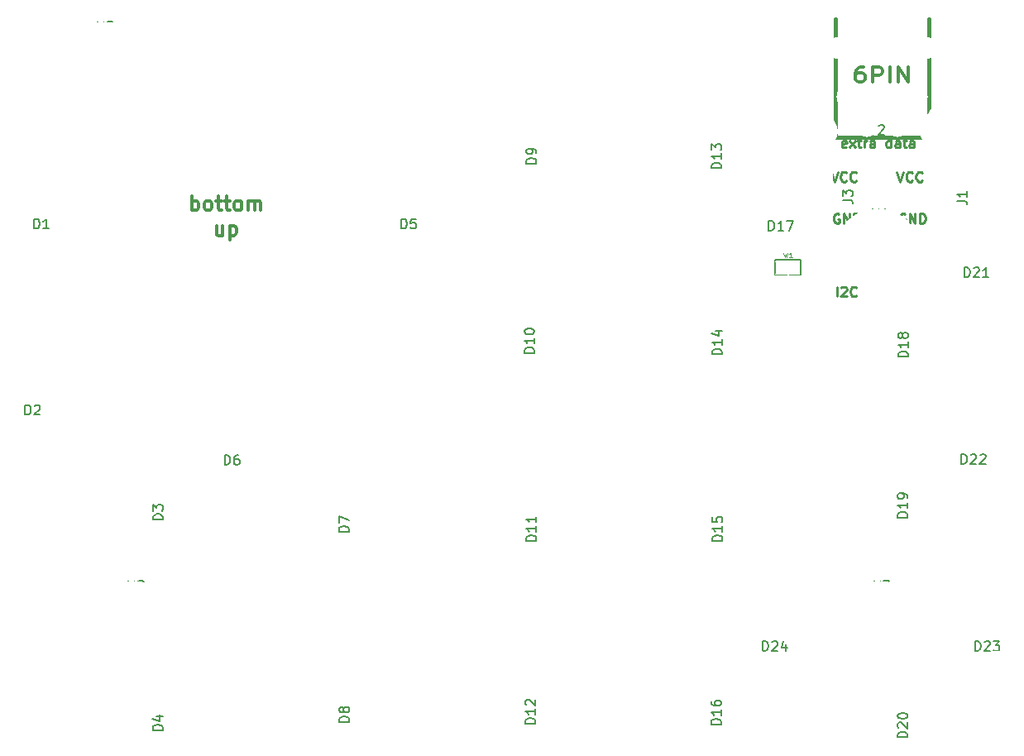
<source format=gto>
G04 #@! TF.FileFunction,Legend,Top*
%FSLAX46Y46*%
G04 Gerber Fmt 4.6, Leading zero omitted, Abs format (unit mm)*
G04 Created by KiCad (PCBNEW 4.0.6) date 11/03/17 07:40:39*
%MOMM*%
%LPD*%
G01*
G04 APERTURE LIST*
%ADD10C,0.100000*%
%ADD11C,0.300000*%
%ADD12C,0.250000*%
%ADD13C,0.381000*%
%ADD14C,0.200000*%
%ADD15C,0.150000*%
%ADD16C,0.304800*%
%ADD17C,2.398980*%
%ADD18R,2.398980X2.398980*%
%ADD19O,2.457400X2.152600*%
%ADD20C,2.152600*%
%ADD21C,1.390600*%
%ADD22C,2.051000*%
%ADD23C,2.900000*%
%ADD24C,4.387810*%
%ADD25C,2.101810*%
%ADD26R,2.152600X2.152600*%
%ADD27C,2.400000*%
%ADD28R,1.924000X1.924000*%
%ADD29C,1.924000*%
%ADD30R,0.900000X1.400000*%
%ADD31R,1.400000X1.400000*%
%ADD32C,1.400000*%
%ADD33C,0.900000*%
%ADD34C,8.400000*%
G04 APERTURE END LIST*
D10*
D11*
X60964286Y-52403571D02*
X60964286Y-50903571D01*
X60964286Y-51475000D02*
X61107143Y-51403571D01*
X61392857Y-51403571D01*
X61535714Y-51475000D01*
X61607143Y-51546429D01*
X61678572Y-51689286D01*
X61678572Y-52117857D01*
X61607143Y-52260714D01*
X61535714Y-52332143D01*
X61392857Y-52403571D01*
X61107143Y-52403571D01*
X60964286Y-52332143D01*
X62535715Y-52403571D02*
X62392857Y-52332143D01*
X62321429Y-52260714D01*
X62250000Y-52117857D01*
X62250000Y-51689286D01*
X62321429Y-51546429D01*
X62392857Y-51475000D01*
X62535715Y-51403571D01*
X62750000Y-51403571D01*
X62892857Y-51475000D01*
X62964286Y-51546429D01*
X63035715Y-51689286D01*
X63035715Y-52117857D01*
X62964286Y-52260714D01*
X62892857Y-52332143D01*
X62750000Y-52403571D01*
X62535715Y-52403571D01*
X63464286Y-51403571D02*
X64035715Y-51403571D01*
X63678572Y-50903571D02*
X63678572Y-52189286D01*
X63750000Y-52332143D01*
X63892858Y-52403571D01*
X64035715Y-52403571D01*
X64321429Y-51403571D02*
X64892858Y-51403571D01*
X64535715Y-50903571D02*
X64535715Y-52189286D01*
X64607143Y-52332143D01*
X64750001Y-52403571D01*
X64892858Y-52403571D01*
X65607144Y-52403571D02*
X65464286Y-52332143D01*
X65392858Y-52260714D01*
X65321429Y-52117857D01*
X65321429Y-51689286D01*
X65392858Y-51546429D01*
X65464286Y-51475000D01*
X65607144Y-51403571D01*
X65821429Y-51403571D01*
X65964286Y-51475000D01*
X66035715Y-51546429D01*
X66107144Y-51689286D01*
X66107144Y-52117857D01*
X66035715Y-52260714D01*
X65964286Y-52332143D01*
X65821429Y-52403571D01*
X65607144Y-52403571D01*
X66750001Y-52403571D02*
X66750001Y-51403571D01*
X66750001Y-51546429D02*
X66821429Y-51475000D01*
X66964287Y-51403571D01*
X67178572Y-51403571D01*
X67321429Y-51475000D01*
X67392858Y-51617857D01*
X67392858Y-52403571D01*
X67392858Y-51617857D02*
X67464287Y-51475000D01*
X67607144Y-51403571D01*
X67821429Y-51403571D01*
X67964287Y-51475000D01*
X68035715Y-51617857D01*
X68035715Y-52403571D01*
X64142857Y-53953571D02*
X64142857Y-54953571D01*
X63500000Y-53953571D02*
X63500000Y-54739286D01*
X63571428Y-54882143D01*
X63714286Y-54953571D01*
X63928571Y-54953571D01*
X64071428Y-54882143D01*
X64142857Y-54810714D01*
X64857143Y-53953571D02*
X64857143Y-55453571D01*
X64857143Y-54025000D02*
X65000000Y-53953571D01*
X65285714Y-53953571D01*
X65428571Y-54025000D01*
X65500000Y-54096429D01*
X65571429Y-54239286D01*
X65571429Y-54667857D01*
X65500000Y-54810714D01*
X65428571Y-54882143D01*
X65285714Y-54953571D01*
X65000000Y-54953571D01*
X64857143Y-54882143D01*
D12*
X127023810Y-61202381D02*
X127023810Y-60202381D01*
X127452381Y-60297619D02*
X127500000Y-60250000D01*
X127595238Y-60202381D01*
X127833334Y-60202381D01*
X127928572Y-60250000D01*
X127976191Y-60297619D01*
X128023810Y-60392857D01*
X128023810Y-60488095D01*
X127976191Y-60630952D01*
X127404762Y-61202381D01*
X128023810Y-61202381D01*
X129023810Y-61107143D02*
X128976191Y-61154762D01*
X128833334Y-61202381D01*
X128738096Y-61202381D01*
X128595238Y-61154762D01*
X128500000Y-61059524D01*
X128452381Y-60964286D01*
X128404762Y-60773810D01*
X128404762Y-60630952D01*
X128452381Y-60440476D01*
X128500000Y-60345238D01*
X128595238Y-60250000D01*
X128738096Y-60202381D01*
X128833334Y-60202381D01*
X128976191Y-60250000D01*
X129023810Y-60297619D01*
X127964285Y-45904762D02*
X127869047Y-45952381D01*
X127678570Y-45952381D01*
X127583332Y-45904762D01*
X127535713Y-45809524D01*
X127535713Y-45428571D01*
X127583332Y-45333333D01*
X127678570Y-45285714D01*
X127869047Y-45285714D01*
X127964285Y-45333333D01*
X128011904Y-45428571D01*
X128011904Y-45523810D01*
X127535713Y-45619048D01*
X128345237Y-45952381D02*
X128869047Y-45285714D01*
X128345237Y-45285714D02*
X128869047Y-45952381D01*
X129107142Y-45285714D02*
X129488094Y-45285714D01*
X129249999Y-44952381D02*
X129249999Y-45809524D01*
X129297618Y-45904762D01*
X129392856Y-45952381D01*
X129488094Y-45952381D01*
X129821428Y-45952381D02*
X129821428Y-45285714D01*
X129821428Y-45476190D02*
X129869047Y-45380952D01*
X129916666Y-45333333D01*
X130011904Y-45285714D01*
X130107143Y-45285714D01*
X130869048Y-45952381D02*
X130869048Y-45428571D01*
X130821429Y-45333333D01*
X130726191Y-45285714D01*
X130535714Y-45285714D01*
X130440476Y-45333333D01*
X130869048Y-45904762D02*
X130773810Y-45952381D01*
X130535714Y-45952381D01*
X130440476Y-45904762D01*
X130392857Y-45809524D01*
X130392857Y-45714286D01*
X130440476Y-45619048D01*
X130535714Y-45571429D01*
X130773810Y-45571429D01*
X130869048Y-45523810D01*
X132535715Y-45952381D02*
X132535715Y-44952381D01*
X132535715Y-45904762D02*
X132440477Y-45952381D01*
X132250000Y-45952381D01*
X132154762Y-45904762D01*
X132107143Y-45857143D01*
X132059524Y-45761905D01*
X132059524Y-45476190D01*
X132107143Y-45380952D01*
X132154762Y-45333333D01*
X132250000Y-45285714D01*
X132440477Y-45285714D01*
X132535715Y-45333333D01*
X133440477Y-45952381D02*
X133440477Y-45428571D01*
X133392858Y-45333333D01*
X133297620Y-45285714D01*
X133107143Y-45285714D01*
X133011905Y-45333333D01*
X133440477Y-45904762D02*
X133345239Y-45952381D01*
X133107143Y-45952381D01*
X133011905Y-45904762D01*
X132964286Y-45809524D01*
X132964286Y-45714286D01*
X133011905Y-45619048D01*
X133107143Y-45571429D01*
X133345239Y-45571429D01*
X133440477Y-45523810D01*
X133773810Y-45285714D02*
X134154762Y-45285714D01*
X133916667Y-44952381D02*
X133916667Y-45809524D01*
X133964286Y-45904762D01*
X134059524Y-45952381D01*
X134154762Y-45952381D01*
X134916668Y-45952381D02*
X134916668Y-45428571D01*
X134869049Y-45333333D01*
X134773811Y-45285714D01*
X134583334Y-45285714D01*
X134488096Y-45333333D01*
X134916668Y-45904762D02*
X134821430Y-45952381D01*
X134583334Y-45952381D01*
X134488096Y-45904762D01*
X134440477Y-45809524D01*
X134440477Y-45714286D01*
X134488096Y-45619048D01*
X134583334Y-45571429D01*
X134821430Y-45571429D01*
X134916668Y-45523810D01*
X127238096Y-52750000D02*
X127142858Y-52702381D01*
X127000001Y-52702381D01*
X126857143Y-52750000D01*
X126761905Y-52845238D01*
X126714286Y-52940476D01*
X126666667Y-53130952D01*
X126666667Y-53273810D01*
X126714286Y-53464286D01*
X126761905Y-53559524D01*
X126857143Y-53654762D01*
X127000001Y-53702381D01*
X127095239Y-53702381D01*
X127238096Y-53654762D01*
X127285715Y-53607143D01*
X127285715Y-53273810D01*
X127095239Y-53273810D01*
X127714286Y-53702381D02*
X127714286Y-52702381D01*
X128285715Y-53702381D01*
X128285715Y-52702381D01*
X128761905Y-53702381D02*
X128761905Y-52702381D01*
X129000000Y-52702381D01*
X129142858Y-52750000D01*
X129238096Y-52845238D01*
X129285715Y-52940476D01*
X129333334Y-53130952D01*
X129333334Y-53273810D01*
X129285715Y-53464286D01*
X129238096Y-53559524D01*
X129142858Y-53654762D01*
X129000000Y-53702381D01*
X128761905Y-53702381D01*
X126416667Y-48452381D02*
X126750000Y-49452381D01*
X127083334Y-48452381D01*
X127988096Y-49357143D02*
X127940477Y-49404762D01*
X127797620Y-49452381D01*
X127702382Y-49452381D01*
X127559524Y-49404762D01*
X127464286Y-49309524D01*
X127416667Y-49214286D01*
X127369048Y-49023810D01*
X127369048Y-48880952D01*
X127416667Y-48690476D01*
X127464286Y-48595238D01*
X127559524Y-48500000D01*
X127702382Y-48452381D01*
X127797620Y-48452381D01*
X127940477Y-48500000D01*
X127988096Y-48547619D01*
X128988096Y-49357143D02*
X128940477Y-49404762D01*
X128797620Y-49452381D01*
X128702382Y-49452381D01*
X128559524Y-49404762D01*
X128464286Y-49309524D01*
X128416667Y-49214286D01*
X128369048Y-49023810D01*
X128369048Y-48880952D01*
X128416667Y-48690476D01*
X128464286Y-48595238D01*
X128559524Y-48500000D01*
X128702382Y-48452381D01*
X128797620Y-48452381D01*
X128940477Y-48500000D01*
X128988096Y-48547619D01*
X133988096Y-52750000D02*
X133892858Y-52702381D01*
X133750001Y-52702381D01*
X133607143Y-52750000D01*
X133511905Y-52845238D01*
X133464286Y-52940476D01*
X133416667Y-53130952D01*
X133416667Y-53273810D01*
X133464286Y-53464286D01*
X133511905Y-53559524D01*
X133607143Y-53654762D01*
X133750001Y-53702381D01*
X133845239Y-53702381D01*
X133988096Y-53654762D01*
X134035715Y-53607143D01*
X134035715Y-53273810D01*
X133845239Y-53273810D01*
X134464286Y-53702381D02*
X134464286Y-52702381D01*
X135035715Y-53702381D01*
X135035715Y-52702381D01*
X135511905Y-53702381D02*
X135511905Y-52702381D01*
X135750000Y-52702381D01*
X135892858Y-52750000D01*
X135988096Y-52845238D01*
X136035715Y-52940476D01*
X136083334Y-53130952D01*
X136083334Y-53273810D01*
X136035715Y-53464286D01*
X135988096Y-53559524D01*
X135892858Y-53654762D01*
X135750000Y-53702381D01*
X135511905Y-53702381D01*
X133166667Y-48452381D02*
X133500000Y-49452381D01*
X133833334Y-48452381D01*
X134738096Y-49357143D02*
X134690477Y-49404762D01*
X134547620Y-49452381D01*
X134452382Y-49452381D01*
X134309524Y-49404762D01*
X134214286Y-49309524D01*
X134166667Y-49214286D01*
X134119048Y-49023810D01*
X134119048Y-48880952D01*
X134166667Y-48690476D01*
X134214286Y-48595238D01*
X134309524Y-48500000D01*
X134452382Y-48452381D01*
X134547620Y-48452381D01*
X134690477Y-48500000D01*
X134738096Y-48547619D01*
X135738096Y-49357143D02*
X135690477Y-49404762D01*
X135547620Y-49452381D01*
X135452382Y-49452381D01*
X135309524Y-49404762D01*
X135214286Y-49309524D01*
X135166667Y-49214286D01*
X135119048Y-49023810D01*
X135119048Y-48880952D01*
X135166667Y-48690476D01*
X135214286Y-48595238D01*
X135309524Y-48500000D01*
X135452382Y-48452381D01*
X135547620Y-48452381D01*
X135690477Y-48500000D01*
X135738096Y-48547619D01*
D13*
X136450600Y-32850000D02*
X136450600Y-44915000D01*
X136450600Y-44915000D02*
X126849400Y-44915000D01*
X126849400Y-44915000D02*
X126849400Y-32850000D01*
D14*
X120700000Y-57488000D02*
X123300000Y-57488000D01*
X123300000Y-57488000D02*
X123300000Y-59012000D01*
X123300000Y-59012000D02*
X120700000Y-59012000D01*
X120700000Y-59012000D02*
X120700000Y-57488000D01*
D15*
X58635877Y-94500000D02*
G75*
G03X58635877Y-94500000I-3635877J0D01*
G01*
X134985877Y-94550000D02*
G75*
G03X134985877Y-94550000I-3635877J0D01*
G01*
X134835877Y-56450000D02*
G75*
G03X134835877Y-56450000I-3635877J0D01*
G01*
X55485877Y-37300000D02*
G75*
G03X55485877Y-37300000I-3635877J0D01*
G01*
X134239841Y-106326946D02*
X133239841Y-106326946D01*
X133239841Y-106088851D01*
X133287460Y-105945993D01*
X133382698Y-105850755D01*
X133477936Y-105803136D01*
X133668412Y-105755517D01*
X133811270Y-105755517D01*
X134001746Y-105803136D01*
X134096984Y-105850755D01*
X134192222Y-105945993D01*
X134239841Y-106088851D01*
X134239841Y-106326946D01*
X133335079Y-105374565D02*
X133287460Y-105326946D01*
X133239841Y-105231708D01*
X133239841Y-104993612D01*
X133287460Y-104898374D01*
X133335079Y-104850755D01*
X133430317Y-104803136D01*
X133525555Y-104803136D01*
X133668412Y-104850755D01*
X134239841Y-105422184D01*
X134239841Y-104803136D01*
X133239841Y-104184089D02*
X133239841Y-104088850D01*
X133287460Y-103993612D01*
X133335079Y-103945993D01*
X133430317Y-103898374D01*
X133620793Y-103850755D01*
X133858889Y-103850755D01*
X134049365Y-103898374D01*
X134144603Y-103945993D01*
X134192222Y-103993612D01*
X134239841Y-104088850D01*
X134239841Y-104184089D01*
X134192222Y-104279327D01*
X134144603Y-104326946D01*
X134049365Y-104374565D01*
X133858889Y-104422184D01*
X133620793Y-104422184D01*
X133430317Y-104374565D01*
X133335079Y-104326946D01*
X133287460Y-104279327D01*
X133239841Y-104184089D01*
X77089841Y-104750755D02*
X76089841Y-104750755D01*
X76089841Y-104512660D01*
X76137460Y-104369802D01*
X76232698Y-104274564D01*
X76327936Y-104226945D01*
X76518412Y-104179326D01*
X76661270Y-104179326D01*
X76851746Y-104226945D01*
X76946984Y-104274564D01*
X77042222Y-104369802D01*
X77089841Y-104512660D01*
X77089841Y-104750755D01*
X76518412Y-103607898D02*
X76470793Y-103703136D01*
X76423174Y-103750755D01*
X76327936Y-103798374D01*
X76280317Y-103798374D01*
X76185079Y-103750755D01*
X76137460Y-103703136D01*
X76089841Y-103607898D01*
X76089841Y-103417421D01*
X76137460Y-103322183D01*
X76185079Y-103274564D01*
X76280317Y-103226945D01*
X76327936Y-103226945D01*
X76423174Y-103274564D01*
X76470793Y-103322183D01*
X76518412Y-103417421D01*
X76518412Y-103607898D01*
X76566031Y-103703136D01*
X76613650Y-103750755D01*
X76708889Y-103798374D01*
X76899365Y-103798374D01*
X76994603Y-103750755D01*
X77042222Y-103703136D01*
X77089841Y-103607898D01*
X77089841Y-103417421D01*
X77042222Y-103322183D01*
X76994603Y-103274564D01*
X76899365Y-103226945D01*
X76708889Y-103226945D01*
X76613650Y-103274564D01*
X76566031Y-103322183D01*
X76518412Y-103417421D01*
X96139841Y-104926946D02*
X95139841Y-104926946D01*
X95139841Y-104688851D01*
X95187460Y-104545993D01*
X95282698Y-104450755D01*
X95377936Y-104403136D01*
X95568412Y-104355517D01*
X95711270Y-104355517D01*
X95901746Y-104403136D01*
X95996984Y-104450755D01*
X96092222Y-104545993D01*
X96139841Y-104688851D01*
X96139841Y-104926946D01*
X96139841Y-103403136D02*
X96139841Y-103974565D01*
X96139841Y-103688851D02*
X95139841Y-103688851D01*
X95282698Y-103784089D01*
X95377936Y-103879327D01*
X95425555Y-103974565D01*
X95235079Y-103022184D02*
X95187460Y-102974565D01*
X95139841Y-102879327D01*
X95139841Y-102641231D01*
X95187460Y-102545993D01*
X95235079Y-102498374D01*
X95330317Y-102450755D01*
X95425555Y-102450755D01*
X95568412Y-102498374D01*
X96139841Y-103069803D01*
X96139841Y-102450755D01*
X115139841Y-105026946D02*
X114139841Y-105026946D01*
X114139841Y-104788851D01*
X114187460Y-104645993D01*
X114282698Y-104550755D01*
X114377936Y-104503136D01*
X114568412Y-104455517D01*
X114711270Y-104455517D01*
X114901746Y-104503136D01*
X114996984Y-104550755D01*
X115092222Y-104645993D01*
X115139841Y-104788851D01*
X115139841Y-105026946D01*
X115139841Y-103503136D02*
X115139841Y-104074565D01*
X115139841Y-103788851D02*
X114139841Y-103788851D01*
X114282698Y-103884089D01*
X114377936Y-103979327D01*
X114425555Y-104074565D01*
X114139841Y-102645993D02*
X114139841Y-102836470D01*
X114187460Y-102931708D01*
X114235079Y-102979327D01*
X114377936Y-103074565D01*
X114568412Y-103122184D01*
X114949365Y-103122184D01*
X115044603Y-103074565D01*
X115092222Y-103026946D01*
X115139841Y-102931708D01*
X115139841Y-102741231D01*
X115092222Y-102645993D01*
X115044603Y-102598374D01*
X114949365Y-102550755D01*
X114711270Y-102550755D01*
X114616031Y-102598374D01*
X114568412Y-102645993D01*
X114520793Y-102741231D01*
X114520793Y-102931708D01*
X114568412Y-103026946D01*
X114616031Y-103074565D01*
X114711270Y-103122184D01*
X119423054Y-97489841D02*
X119423054Y-96489841D01*
X119661149Y-96489841D01*
X119804007Y-96537460D01*
X119899245Y-96632698D01*
X119946864Y-96727936D01*
X119994483Y-96918412D01*
X119994483Y-97061270D01*
X119946864Y-97251746D01*
X119899245Y-97346984D01*
X119804007Y-97442222D01*
X119661149Y-97489841D01*
X119423054Y-97489841D01*
X120375435Y-96585079D02*
X120423054Y-96537460D01*
X120518292Y-96489841D01*
X120756388Y-96489841D01*
X120851626Y-96537460D01*
X120899245Y-96585079D01*
X120946864Y-96680317D01*
X120946864Y-96775555D01*
X120899245Y-96918412D01*
X120327816Y-97489841D01*
X120946864Y-97489841D01*
X121804007Y-96823174D02*
X121804007Y-97489841D01*
X121565911Y-96442222D02*
X121327816Y-97156508D01*
X121946864Y-97156508D01*
X139773054Y-78339841D02*
X139773054Y-77339841D01*
X140011149Y-77339841D01*
X140154007Y-77387460D01*
X140249245Y-77482698D01*
X140296864Y-77577936D01*
X140344483Y-77768412D01*
X140344483Y-77911270D01*
X140296864Y-78101746D01*
X140249245Y-78196984D01*
X140154007Y-78292222D01*
X140011149Y-78339841D01*
X139773054Y-78339841D01*
X140725435Y-77435079D02*
X140773054Y-77387460D01*
X140868292Y-77339841D01*
X141106388Y-77339841D01*
X141201626Y-77387460D01*
X141249245Y-77435079D01*
X141296864Y-77530317D01*
X141296864Y-77625555D01*
X141249245Y-77768412D01*
X140677816Y-78339841D01*
X141296864Y-78339841D01*
X141677816Y-77435079D02*
X141725435Y-77387460D01*
X141820673Y-77339841D01*
X142058769Y-77339841D01*
X142154007Y-77387460D01*
X142201626Y-77435079D01*
X142249245Y-77530317D01*
X142249245Y-77625555D01*
X142201626Y-77768412D01*
X141630197Y-78339841D01*
X142249245Y-78339841D01*
X141173054Y-97489841D02*
X141173054Y-96489841D01*
X141411149Y-96489841D01*
X141554007Y-96537460D01*
X141649245Y-96632698D01*
X141696864Y-96727936D01*
X141744483Y-96918412D01*
X141744483Y-97061270D01*
X141696864Y-97251746D01*
X141649245Y-97346984D01*
X141554007Y-97442222D01*
X141411149Y-97489841D01*
X141173054Y-97489841D01*
X142125435Y-96585079D02*
X142173054Y-96537460D01*
X142268292Y-96489841D01*
X142506388Y-96489841D01*
X142601626Y-96537460D01*
X142649245Y-96585079D01*
X142696864Y-96680317D01*
X142696864Y-96775555D01*
X142649245Y-96918412D01*
X142077816Y-97489841D01*
X142696864Y-97489841D01*
X143030197Y-96489841D02*
X143649245Y-96489841D01*
X143315911Y-96870793D01*
X143458769Y-96870793D01*
X143554007Y-96918412D01*
X143601626Y-96966031D01*
X143649245Y-97061270D01*
X143649245Y-97299365D01*
X143601626Y-97394603D01*
X143554007Y-97442222D01*
X143458769Y-97489841D01*
X143173054Y-97489841D01*
X143077816Y-97442222D01*
X143030197Y-97394603D01*
X115289841Y-86226946D02*
X114289841Y-86226946D01*
X114289841Y-85988851D01*
X114337460Y-85845993D01*
X114432698Y-85750755D01*
X114527936Y-85703136D01*
X114718412Y-85655517D01*
X114861270Y-85655517D01*
X115051746Y-85703136D01*
X115146984Y-85750755D01*
X115242222Y-85845993D01*
X115289841Y-85988851D01*
X115289841Y-86226946D01*
X115289841Y-84703136D02*
X115289841Y-85274565D01*
X115289841Y-84988851D02*
X114289841Y-84988851D01*
X114432698Y-85084089D01*
X114527936Y-85179327D01*
X114575555Y-85274565D01*
X114289841Y-83798374D02*
X114289841Y-84274565D01*
X114766031Y-84322184D01*
X114718412Y-84274565D01*
X114670793Y-84179327D01*
X114670793Y-83941231D01*
X114718412Y-83845993D01*
X114766031Y-83798374D01*
X114861270Y-83750755D01*
X115099365Y-83750755D01*
X115194603Y-83798374D01*
X115242222Y-83845993D01*
X115289841Y-83941231D01*
X115289841Y-84179327D01*
X115242222Y-84274565D01*
X115194603Y-84322184D01*
X96239841Y-86226946D02*
X95239841Y-86226946D01*
X95239841Y-85988851D01*
X95287460Y-85845993D01*
X95382698Y-85750755D01*
X95477936Y-85703136D01*
X95668412Y-85655517D01*
X95811270Y-85655517D01*
X96001746Y-85703136D01*
X96096984Y-85750755D01*
X96192222Y-85845993D01*
X96239841Y-85988851D01*
X96239841Y-86226946D01*
X96239841Y-84703136D02*
X96239841Y-85274565D01*
X96239841Y-84988851D02*
X95239841Y-84988851D01*
X95382698Y-85084089D01*
X95477936Y-85179327D01*
X95525555Y-85274565D01*
X96239841Y-83750755D02*
X96239841Y-84322184D01*
X96239841Y-84036470D02*
X95239841Y-84036470D01*
X95382698Y-84131708D01*
X95477936Y-84226946D01*
X95525555Y-84322184D01*
X77039841Y-85300755D02*
X76039841Y-85300755D01*
X76039841Y-85062660D01*
X76087460Y-84919802D01*
X76182698Y-84824564D01*
X76277936Y-84776945D01*
X76468412Y-84729326D01*
X76611270Y-84729326D01*
X76801746Y-84776945D01*
X76896984Y-84824564D01*
X76992222Y-84919802D01*
X77039841Y-85062660D01*
X77039841Y-85300755D01*
X76039841Y-84395993D02*
X76039841Y-83729326D01*
X77039841Y-84157898D01*
X43924565Y-73314921D02*
X43924565Y-72314921D01*
X44162660Y-72314921D01*
X44305518Y-72362540D01*
X44400756Y-72457778D01*
X44448375Y-72553016D01*
X44495994Y-72743492D01*
X44495994Y-72886350D01*
X44448375Y-73076826D01*
X44400756Y-73172064D01*
X44305518Y-73267302D01*
X44162660Y-73314921D01*
X43924565Y-73314921D01*
X44876946Y-72410159D02*
X44924565Y-72362540D01*
X45019803Y-72314921D01*
X45257899Y-72314921D01*
X45353137Y-72362540D01*
X45400756Y-72410159D01*
X45448375Y-72505397D01*
X45448375Y-72600635D01*
X45400756Y-72743492D01*
X44829327Y-73314921D01*
X45448375Y-73314921D01*
X57989841Y-105600755D02*
X56989841Y-105600755D01*
X56989841Y-105362660D01*
X57037460Y-105219802D01*
X57132698Y-105124564D01*
X57227936Y-105076945D01*
X57418412Y-105029326D01*
X57561270Y-105029326D01*
X57751746Y-105076945D01*
X57846984Y-105124564D01*
X57942222Y-105219802D01*
X57989841Y-105362660D01*
X57989841Y-105600755D01*
X57323174Y-104172183D02*
X57989841Y-104172183D01*
X56942222Y-104410279D02*
X57656508Y-104648374D01*
X57656508Y-104029326D01*
X64349245Y-78439841D02*
X64349245Y-77439841D01*
X64587340Y-77439841D01*
X64730198Y-77487460D01*
X64825436Y-77582698D01*
X64873055Y-77677936D01*
X64920674Y-77868412D01*
X64920674Y-78011270D01*
X64873055Y-78201746D01*
X64825436Y-78296984D01*
X64730198Y-78392222D01*
X64587340Y-78439841D01*
X64349245Y-78439841D01*
X65777817Y-77439841D02*
X65587340Y-77439841D01*
X65492102Y-77487460D01*
X65444483Y-77535079D01*
X65349245Y-77677936D01*
X65301626Y-77868412D01*
X65301626Y-78249365D01*
X65349245Y-78344603D01*
X65396864Y-78392222D01*
X65492102Y-78439841D01*
X65682579Y-78439841D01*
X65777817Y-78392222D01*
X65825436Y-78344603D01*
X65873055Y-78249365D01*
X65873055Y-78011270D01*
X65825436Y-77916031D01*
X65777817Y-77868412D01*
X65682579Y-77820793D01*
X65492102Y-77820793D01*
X65396864Y-77868412D01*
X65349245Y-77916031D01*
X65301626Y-78011270D01*
X96039841Y-66976946D02*
X95039841Y-66976946D01*
X95039841Y-66738851D01*
X95087460Y-66595993D01*
X95182698Y-66500755D01*
X95277936Y-66453136D01*
X95468412Y-66405517D01*
X95611270Y-66405517D01*
X95801746Y-66453136D01*
X95896984Y-66500755D01*
X95992222Y-66595993D01*
X96039841Y-66738851D01*
X96039841Y-66976946D01*
X96039841Y-65453136D02*
X96039841Y-66024565D01*
X96039841Y-65738851D02*
X95039841Y-65738851D01*
X95182698Y-65834089D01*
X95277936Y-65929327D01*
X95325555Y-66024565D01*
X95039841Y-64834089D02*
X95039841Y-64738850D01*
X95087460Y-64643612D01*
X95135079Y-64595993D01*
X95230317Y-64548374D01*
X95420793Y-64500755D01*
X95658889Y-64500755D01*
X95849365Y-64548374D01*
X95944603Y-64595993D01*
X95992222Y-64643612D01*
X96039841Y-64738850D01*
X96039841Y-64834089D01*
X95992222Y-64929327D01*
X95944603Y-64976946D01*
X95849365Y-65024565D01*
X95658889Y-65072184D01*
X95420793Y-65072184D01*
X95230317Y-65024565D01*
X95135079Y-64976946D01*
X95087460Y-64929327D01*
X95039841Y-64834089D01*
X115239841Y-67126946D02*
X114239841Y-67126946D01*
X114239841Y-66888851D01*
X114287460Y-66745993D01*
X114382698Y-66650755D01*
X114477936Y-66603136D01*
X114668412Y-66555517D01*
X114811270Y-66555517D01*
X115001746Y-66603136D01*
X115096984Y-66650755D01*
X115192222Y-66745993D01*
X115239841Y-66888851D01*
X115239841Y-67126946D01*
X115239841Y-65603136D02*
X115239841Y-66174565D01*
X115239841Y-65888851D02*
X114239841Y-65888851D01*
X114382698Y-65984089D01*
X114477936Y-66079327D01*
X114525555Y-66174565D01*
X114573174Y-64745993D02*
X115239841Y-64745993D01*
X114192222Y-64984089D02*
X114906508Y-65222184D01*
X114906508Y-64603136D01*
X134289841Y-67376946D02*
X133289841Y-67376946D01*
X133289841Y-67138851D01*
X133337460Y-66995993D01*
X133432698Y-66900755D01*
X133527936Y-66853136D01*
X133718412Y-66805517D01*
X133861270Y-66805517D01*
X134051746Y-66853136D01*
X134146984Y-66900755D01*
X134242222Y-66995993D01*
X134289841Y-67138851D01*
X134289841Y-67376946D01*
X134289841Y-65853136D02*
X134289841Y-66424565D01*
X134289841Y-66138851D02*
X133289841Y-66138851D01*
X133432698Y-66234089D01*
X133527936Y-66329327D01*
X133575555Y-66424565D01*
X133718412Y-65281708D02*
X133670793Y-65376946D01*
X133623174Y-65424565D01*
X133527936Y-65472184D01*
X133480317Y-65472184D01*
X133385079Y-65424565D01*
X133337460Y-65376946D01*
X133289841Y-65281708D01*
X133289841Y-65091231D01*
X133337460Y-64995993D01*
X133385079Y-64948374D01*
X133480317Y-64900755D01*
X133527936Y-64900755D01*
X133623174Y-64948374D01*
X133670793Y-64995993D01*
X133718412Y-65091231D01*
X133718412Y-65281708D01*
X133766031Y-65376946D01*
X133813650Y-65424565D01*
X133908889Y-65472184D01*
X134099365Y-65472184D01*
X134194603Y-65424565D01*
X134242222Y-65376946D01*
X134289841Y-65281708D01*
X134289841Y-65091231D01*
X134242222Y-64995993D01*
X134194603Y-64948374D01*
X134099365Y-64900755D01*
X133908889Y-64900755D01*
X133813650Y-64948374D01*
X133766031Y-64995993D01*
X133718412Y-65091231D01*
X140073054Y-59239841D02*
X140073054Y-58239841D01*
X140311149Y-58239841D01*
X140454007Y-58287460D01*
X140549245Y-58382698D01*
X140596864Y-58477936D01*
X140644483Y-58668412D01*
X140644483Y-58811270D01*
X140596864Y-59001746D01*
X140549245Y-59096984D01*
X140454007Y-59192222D01*
X140311149Y-59239841D01*
X140073054Y-59239841D01*
X141025435Y-58335079D02*
X141073054Y-58287460D01*
X141168292Y-58239841D01*
X141406388Y-58239841D01*
X141501626Y-58287460D01*
X141549245Y-58335079D01*
X141596864Y-58430317D01*
X141596864Y-58525555D01*
X141549245Y-58668412D01*
X140977816Y-59239841D01*
X141596864Y-59239841D01*
X142549245Y-59239841D02*
X141977816Y-59239841D01*
X142263530Y-59239841D02*
X142263530Y-58239841D01*
X142168292Y-58382698D01*
X142073054Y-58477936D01*
X141977816Y-58525555D01*
X120035714Y-54452381D02*
X120035714Y-53452381D01*
X120273809Y-53452381D01*
X120416667Y-53500000D01*
X120511905Y-53595238D01*
X120559524Y-53690476D01*
X120607143Y-53880952D01*
X120607143Y-54023810D01*
X120559524Y-54214286D01*
X120511905Y-54309524D01*
X120416667Y-54404762D01*
X120273809Y-54452381D01*
X120035714Y-54452381D01*
X121559524Y-54452381D02*
X120988095Y-54452381D01*
X121273809Y-54452381D02*
X121273809Y-53452381D01*
X121178571Y-53595238D01*
X121083333Y-53690476D01*
X120988095Y-53738095D01*
X121892857Y-53452381D02*
X122559524Y-53452381D01*
X122130952Y-54452381D01*
X115189841Y-48076946D02*
X114189841Y-48076946D01*
X114189841Y-47838851D01*
X114237460Y-47695993D01*
X114332698Y-47600755D01*
X114427936Y-47553136D01*
X114618412Y-47505517D01*
X114761270Y-47505517D01*
X114951746Y-47553136D01*
X115046984Y-47600755D01*
X115142222Y-47695993D01*
X115189841Y-47838851D01*
X115189841Y-48076946D01*
X115189841Y-46553136D02*
X115189841Y-47124565D01*
X115189841Y-46838851D02*
X114189841Y-46838851D01*
X114332698Y-46934089D01*
X114427936Y-47029327D01*
X114475555Y-47124565D01*
X114189841Y-46219803D02*
X114189841Y-45600755D01*
X114570793Y-45934089D01*
X114570793Y-45791231D01*
X114618412Y-45695993D01*
X114666031Y-45648374D01*
X114761270Y-45600755D01*
X114999365Y-45600755D01*
X115094603Y-45648374D01*
X115142222Y-45695993D01*
X115189841Y-45791231D01*
X115189841Y-46076946D01*
X115142222Y-46172184D01*
X115094603Y-46219803D01*
X96239841Y-47600755D02*
X95239841Y-47600755D01*
X95239841Y-47362660D01*
X95287460Y-47219802D01*
X95382698Y-47124564D01*
X95477936Y-47076945D01*
X95668412Y-47029326D01*
X95811270Y-47029326D01*
X96001746Y-47076945D01*
X96096984Y-47124564D01*
X96192222Y-47219802D01*
X96239841Y-47362660D01*
X96239841Y-47600755D01*
X96239841Y-46553136D02*
X96239841Y-46362660D01*
X96192222Y-46267421D01*
X96144603Y-46219802D01*
X96001746Y-46124564D01*
X95811270Y-46076945D01*
X95430317Y-46076945D01*
X95335079Y-46124564D01*
X95287460Y-46172183D01*
X95239841Y-46267421D01*
X95239841Y-46457898D01*
X95287460Y-46553136D01*
X95335079Y-46600755D01*
X95430317Y-46648374D01*
X95668412Y-46648374D01*
X95763650Y-46600755D01*
X95811270Y-46553136D01*
X95858889Y-46457898D01*
X95858889Y-46267421D01*
X95811270Y-46172183D01*
X95763650Y-46124564D01*
X95668412Y-46076945D01*
X82424565Y-54264921D02*
X82424565Y-53264921D01*
X82662660Y-53264921D01*
X82805518Y-53312540D01*
X82900756Y-53407778D01*
X82948375Y-53503016D01*
X82995994Y-53693492D01*
X82995994Y-53836350D01*
X82948375Y-54026826D01*
X82900756Y-54122064D01*
X82805518Y-54217302D01*
X82662660Y-54264921D01*
X82424565Y-54264921D01*
X83900756Y-53264921D02*
X83424565Y-53264921D01*
X83376946Y-53741111D01*
X83424565Y-53693492D01*
X83519803Y-53645873D01*
X83757899Y-53645873D01*
X83853137Y-53693492D01*
X83900756Y-53741111D01*
X83948375Y-53836350D01*
X83948375Y-54074445D01*
X83900756Y-54169683D01*
X83853137Y-54217302D01*
X83757899Y-54264921D01*
X83519803Y-54264921D01*
X83424565Y-54217302D01*
X83376946Y-54169683D01*
X44824565Y-54264921D02*
X44824565Y-53264921D01*
X45062660Y-53264921D01*
X45205518Y-53312540D01*
X45300756Y-53407778D01*
X45348375Y-53503016D01*
X45395994Y-53693492D01*
X45395994Y-53836350D01*
X45348375Y-54026826D01*
X45300756Y-54122064D01*
X45205518Y-54217302D01*
X45062660Y-54264921D01*
X44824565Y-54264921D01*
X46348375Y-54264921D02*
X45776946Y-54264921D01*
X46062660Y-54264921D02*
X46062660Y-53264921D01*
X45967422Y-53407778D01*
X45872184Y-53503016D01*
X45776946Y-53550635D01*
X58002381Y-84048095D02*
X57002381Y-84048095D01*
X57002381Y-83810000D01*
X57050000Y-83667142D01*
X57145238Y-83571904D01*
X57240476Y-83524285D01*
X57430952Y-83476666D01*
X57573810Y-83476666D01*
X57764286Y-83524285D01*
X57859524Y-83571904D01*
X57954762Y-83667142D01*
X58002381Y-83810000D01*
X58002381Y-84048095D01*
X57002381Y-83143333D02*
X57002381Y-82524285D01*
X57383333Y-82857619D01*
X57383333Y-82714761D01*
X57430952Y-82619523D01*
X57478571Y-82571904D01*
X57573810Y-82524285D01*
X57811905Y-82524285D01*
X57907143Y-82571904D01*
X57954762Y-82619523D01*
X58002381Y-82714761D01*
X58002381Y-83000476D01*
X57954762Y-83095714D01*
X57907143Y-83143333D01*
X134239841Y-83826946D02*
X133239841Y-83826946D01*
X133239841Y-83588851D01*
X133287460Y-83445993D01*
X133382698Y-83350755D01*
X133477936Y-83303136D01*
X133668412Y-83255517D01*
X133811270Y-83255517D01*
X134001746Y-83303136D01*
X134096984Y-83350755D01*
X134192222Y-83445993D01*
X134239841Y-83588851D01*
X134239841Y-83826946D01*
X134239841Y-82303136D02*
X134239841Y-82874565D01*
X134239841Y-82588851D02*
X133239841Y-82588851D01*
X133382698Y-82684089D01*
X133477936Y-82779327D01*
X133525555Y-82874565D01*
X134239841Y-81826946D02*
X134239841Y-81636470D01*
X134192222Y-81541231D01*
X134144603Y-81493612D01*
X134001746Y-81398374D01*
X133811270Y-81350755D01*
X133430317Y-81350755D01*
X133335079Y-81398374D01*
X133287460Y-81445993D01*
X133239841Y-81541231D01*
X133239841Y-81731708D01*
X133287460Y-81826946D01*
X133335079Y-81874565D01*
X133430317Y-81922184D01*
X133668412Y-81922184D01*
X133763650Y-81874565D01*
X133811270Y-81826946D01*
X133858889Y-81731708D01*
X133858889Y-81541231D01*
X133811270Y-81445993D01*
X133763650Y-81398374D01*
X133668412Y-81350755D01*
D16*
X129745000Y-37730429D02*
X129406334Y-37730429D01*
X129237000Y-37803000D01*
X129152334Y-37875571D01*
X128983000Y-38093286D01*
X128898334Y-38383571D01*
X128898334Y-38964143D01*
X128983000Y-39109286D01*
X129067667Y-39181857D01*
X129237000Y-39254429D01*
X129575667Y-39254429D01*
X129745000Y-39181857D01*
X129829667Y-39109286D01*
X129914334Y-38964143D01*
X129914334Y-38601286D01*
X129829667Y-38456143D01*
X129745000Y-38383571D01*
X129575667Y-38311000D01*
X129237000Y-38311000D01*
X129067667Y-38383571D01*
X128983000Y-38456143D01*
X128898334Y-38601286D01*
X130676333Y-39254429D02*
X130676333Y-37730429D01*
X131353667Y-37730429D01*
X131523000Y-37803000D01*
X131607667Y-37875571D01*
X131692333Y-38020714D01*
X131692333Y-38238429D01*
X131607667Y-38383571D01*
X131523000Y-38456143D01*
X131353667Y-38528714D01*
X130676333Y-38528714D01*
X132454333Y-39254429D02*
X132454333Y-37730429D01*
X133301000Y-39254429D02*
X133301000Y-37730429D01*
X134317000Y-39254429D01*
X134317000Y-37730429D01*
D15*
X130095238Y-43642381D02*
X130333333Y-44642381D01*
X130523810Y-43928095D01*
X130714286Y-44642381D01*
X130952381Y-43642381D01*
X131285714Y-43737619D02*
X131333333Y-43690000D01*
X131428571Y-43642381D01*
X131666667Y-43642381D01*
X131761905Y-43690000D01*
X131809524Y-43737619D01*
X131857143Y-43832857D01*
X131857143Y-43928095D01*
X131809524Y-44070952D01*
X131238095Y-44642381D01*
X131857143Y-44642381D01*
X139352381Y-51433333D02*
X140066667Y-51433333D01*
X140209524Y-51480953D01*
X140304762Y-51576191D01*
X140352381Y-51719048D01*
X140352381Y-51814286D01*
X140352381Y-50433333D02*
X140352381Y-51004762D01*
X140352381Y-50719048D02*
X139352381Y-50719048D01*
X139495238Y-50814286D01*
X139590476Y-50909524D01*
X139638095Y-51004762D01*
X127602381Y-51333333D02*
X128316667Y-51333333D01*
X128459524Y-51380953D01*
X128554762Y-51476191D01*
X128602381Y-51619048D01*
X128602381Y-51714286D01*
X127602381Y-50952381D02*
X127602381Y-50333333D01*
X127983333Y-50666667D01*
X127983333Y-50523809D01*
X128030952Y-50428571D01*
X128078571Y-50380952D01*
X128173810Y-50333333D01*
X128411905Y-50333333D01*
X128507143Y-50380952D01*
X128554762Y-50428571D01*
X128602381Y-50523809D01*
X128602381Y-50809524D01*
X128554762Y-50904762D01*
X128507143Y-50952381D01*
D10*
X121547620Y-56731590D02*
X121666667Y-57231590D01*
X121761905Y-56874448D01*
X121857143Y-57231590D01*
X121976191Y-56731590D01*
X122428572Y-57231590D02*
X122142858Y-57231590D01*
X122285715Y-57231590D02*
X122285715Y-56731590D01*
X122238096Y-56803019D01*
X122190477Y-56850638D01*
X122142858Y-56874448D01*
D15*
X54488095Y-90262381D02*
X54488095Y-91071905D01*
X54535714Y-91167143D01*
X54583333Y-91214762D01*
X54678571Y-91262381D01*
X54869048Y-91262381D01*
X54964286Y-91214762D01*
X55011905Y-91167143D01*
X55059524Y-91071905D01*
X55059524Y-90262381D01*
X55488095Y-90357619D02*
X55535714Y-90310000D01*
X55630952Y-90262381D01*
X55869048Y-90262381D01*
X55964286Y-90310000D01*
X56011905Y-90357619D01*
X56059524Y-90452857D01*
X56059524Y-90548095D01*
X56011905Y-90690952D01*
X55440476Y-91262381D01*
X56059524Y-91262381D01*
X130838095Y-90312381D02*
X130838095Y-91121905D01*
X130885714Y-91217143D01*
X130933333Y-91264762D01*
X131028571Y-91312381D01*
X131219048Y-91312381D01*
X131314286Y-91264762D01*
X131361905Y-91217143D01*
X131409524Y-91121905D01*
X131409524Y-90312381D01*
X131790476Y-90312381D02*
X132409524Y-90312381D01*
X132076190Y-90693333D01*
X132219048Y-90693333D01*
X132314286Y-90740952D01*
X132361905Y-90788571D01*
X132409524Y-90883810D01*
X132409524Y-91121905D01*
X132361905Y-91217143D01*
X132314286Y-91264762D01*
X132219048Y-91312381D01*
X131933333Y-91312381D01*
X131838095Y-91264762D01*
X131790476Y-91217143D01*
X130688095Y-52212381D02*
X130688095Y-53021905D01*
X130735714Y-53117143D01*
X130783333Y-53164762D01*
X130878571Y-53212381D01*
X131069048Y-53212381D01*
X131164286Y-53164762D01*
X131211905Y-53117143D01*
X131259524Y-53021905D01*
X131259524Y-52212381D01*
X132164286Y-52545714D02*
X132164286Y-53212381D01*
X131926190Y-52164762D02*
X131688095Y-52879048D01*
X132307143Y-52879048D01*
X51338095Y-33062381D02*
X51338095Y-33871905D01*
X51385714Y-33967143D01*
X51433333Y-34014762D01*
X51528571Y-34062381D01*
X51719048Y-34062381D01*
X51814286Y-34014762D01*
X51861905Y-33967143D01*
X51909524Y-33871905D01*
X51909524Y-33062381D01*
X52861905Y-33062381D02*
X52385714Y-33062381D01*
X52338095Y-33538571D01*
X52385714Y-33490952D01*
X52480952Y-33443333D01*
X52719048Y-33443333D01*
X52814286Y-33490952D01*
X52861905Y-33538571D01*
X52909524Y-33633810D01*
X52909524Y-33871905D01*
X52861905Y-33967143D01*
X52814286Y-34014762D01*
X52719048Y-34062381D01*
X52480952Y-34062381D01*
X52385714Y-34014762D01*
X52338095Y-33967143D01*
%LPC*%
D17*
X131247460Y-100340000D03*
D18*
X131247460Y-110500000D03*
D17*
X74097460Y-99240000D03*
D18*
X74097460Y-109400000D03*
D17*
X93147460Y-98940000D03*
D18*
X93147460Y-109100000D03*
D17*
X112147460Y-99040000D03*
D18*
X112147460Y-109200000D03*
D17*
X125410000Y-94497460D03*
D18*
X115250000Y-94497460D03*
D17*
X145760000Y-75347460D03*
D18*
X135600000Y-75347460D03*
D17*
X147160000Y-94497460D03*
D18*
X137000000Y-94497460D03*
D17*
X112297460Y-80240000D03*
D18*
X112297460Y-90400000D03*
D17*
X93247460Y-80240000D03*
D18*
X93247460Y-90400000D03*
D17*
X74047460Y-79790000D03*
D18*
X74047460Y-89950000D03*
D17*
X39890000Y-75402540D03*
D18*
X50050000Y-75402540D03*
D17*
X54997460Y-100090000D03*
D18*
X54997460Y-110250000D03*
D17*
X69860000Y-75447460D03*
D18*
X59700000Y-75447460D03*
D17*
X93047460Y-60990000D03*
D18*
X93047460Y-71150000D03*
D17*
X112247460Y-61140000D03*
D18*
X112247460Y-71300000D03*
D17*
X131250000Y-63000000D03*
D18*
X131297460Y-71550000D03*
D17*
X146060000Y-56247460D03*
D18*
X137500000Y-56250000D03*
D17*
X125000000Y-56250000D03*
D18*
X116750000Y-56297460D03*
D17*
X112197460Y-42090000D03*
D18*
X112197460Y-52250000D03*
D17*
X93247460Y-42090000D03*
D18*
X93247460Y-52250000D03*
D17*
X78390000Y-56352540D03*
D18*
X88550000Y-56352540D03*
D17*
X40790000Y-56352540D03*
D18*
X50950000Y-56352540D03*
D17*
X54997460Y-78590000D03*
D18*
X54997460Y-88750000D03*
D17*
X131247460Y-77840000D03*
D18*
X131247460Y-88000000D03*
D19*
X136298200Y-35745600D03*
D20*
X128043200Y-40749400D03*
X133250200Y-43848200D03*
D19*
X127001800Y-35745600D03*
D20*
X130049800Y-43848200D03*
X135256800Y-40749400D03*
D21*
X131650000Y-35745600D03*
X131650000Y-40749400D03*
D22*
X101480000Y-56300000D03*
X91320000Y-56300000D03*
X103970000Y-56300000D03*
X114130000Y-56300000D03*
D23*
X43000276Y-41770672D02*
X43039724Y-42349328D01*
X48690184Y-42849693D02*
X49499816Y-44310307D01*
D24*
X45500000Y-46850000D03*
D25*
X40420000Y-46850000D03*
X50580000Y-46850000D03*
D23*
X42500453Y-42850046D02*
X41689547Y-44309954D01*
X48039724Y-41770672D02*
X48000276Y-42349328D01*
X43050276Y-60870672D02*
X43089724Y-61449328D01*
X48740184Y-61949693D02*
X49549816Y-63410307D01*
D24*
X45550000Y-65950000D03*
D25*
X40470000Y-65950000D03*
X50630000Y-65950000D03*
D23*
X42550453Y-61950046D02*
X41739547Y-63409954D01*
X48089724Y-60870672D02*
X48050276Y-61449328D01*
X43000276Y-79920672D02*
X43039724Y-80499328D01*
X48690184Y-80999693D02*
X49499816Y-82460307D01*
D24*
X45500000Y-85000000D03*
D25*
X40420000Y-85000000D03*
X50580000Y-85000000D03*
D23*
X42500453Y-81000046D02*
X41689547Y-82459954D01*
X48039724Y-79920672D02*
X48000276Y-80499328D01*
X43000276Y-99070672D02*
X43039724Y-99649328D01*
X48690184Y-100149693D02*
X49499816Y-101610307D01*
D24*
X45500000Y-104150000D03*
D25*
X40420000Y-104150000D03*
X50580000Y-104150000D03*
D23*
X42500453Y-100150046D02*
X41689547Y-101609954D01*
X48039724Y-99070672D02*
X48000276Y-99649328D01*
X62050276Y-41770672D02*
X62089724Y-42349328D01*
X67740184Y-42849693D02*
X68549816Y-44310307D01*
D24*
X64550000Y-46850000D03*
D25*
X59470000Y-46850000D03*
X69630000Y-46850000D03*
D23*
X61550453Y-42850046D02*
X60739547Y-44309954D01*
X67089724Y-41770672D02*
X67050276Y-42349328D01*
X62050276Y-60820672D02*
X62089724Y-61399328D01*
X67740184Y-61899693D02*
X68549816Y-63360307D01*
D24*
X64550000Y-65900000D03*
D25*
X59470000Y-65900000D03*
X69630000Y-65900000D03*
D23*
X61550453Y-61900046D02*
X60739547Y-63359954D01*
X67089724Y-60820672D02*
X67050276Y-61399328D01*
X62050276Y-79870672D02*
X62089724Y-80449328D01*
X67740184Y-80949693D02*
X68549816Y-82410307D01*
D24*
X64550000Y-84950000D03*
D25*
X59470000Y-84950000D03*
X69630000Y-84950000D03*
D23*
X61550453Y-80950046D02*
X60739547Y-82409954D01*
X67089724Y-79870672D02*
X67050276Y-80449328D01*
X62050276Y-98920672D02*
X62089724Y-99499328D01*
X67740184Y-99999693D02*
X68549816Y-101460307D01*
D24*
X64550000Y-104000000D03*
D25*
X59470000Y-104000000D03*
X69630000Y-104000000D03*
D23*
X61550453Y-100000046D02*
X60739547Y-101459954D01*
X67089724Y-98920672D02*
X67050276Y-99499328D01*
X81100276Y-41770672D02*
X81139724Y-42349328D01*
X86790184Y-42849693D02*
X87599816Y-44310307D01*
D24*
X83600000Y-46850000D03*
D25*
X78520000Y-46850000D03*
X88680000Y-46850000D03*
D23*
X80600453Y-42850046D02*
X79789547Y-44309954D01*
X86139724Y-41770672D02*
X86100276Y-42349328D01*
X81100276Y-60820672D02*
X81139724Y-61399328D01*
X86790184Y-61899693D02*
X87599816Y-63360307D01*
D24*
X83600000Y-65900000D03*
D25*
X78520000Y-65900000D03*
X88680000Y-65900000D03*
D23*
X80600453Y-61900046D02*
X79789547Y-63359954D01*
X86139724Y-60820672D02*
X86100276Y-61399328D01*
X81100276Y-79870672D02*
X81139724Y-80449328D01*
X86790184Y-80949693D02*
X87599816Y-82410307D01*
D24*
X83600000Y-84950000D03*
D25*
X78520000Y-84950000D03*
X88680000Y-84950000D03*
D23*
X80600453Y-80950046D02*
X79789547Y-82409954D01*
X86139724Y-79870672D02*
X86100276Y-80449328D01*
X81100276Y-98920672D02*
X81139724Y-99499328D01*
X86790184Y-99999693D02*
X87599816Y-101460307D01*
D24*
X83600000Y-104000000D03*
D25*
X78520000Y-104000000D03*
X88680000Y-104000000D03*
D23*
X80600453Y-100000046D02*
X79789547Y-101459954D01*
X86139724Y-98920672D02*
X86100276Y-99499328D01*
X100150276Y-41770672D02*
X100189724Y-42349328D01*
X105840184Y-42849693D02*
X106649816Y-44310307D01*
D24*
X102650000Y-46850000D03*
D25*
X97570000Y-46850000D03*
X107730000Y-46850000D03*
D23*
X99650453Y-42850046D02*
X98839547Y-44309954D01*
X105189724Y-41770672D02*
X105150276Y-42349328D01*
X100150276Y-60820672D02*
X100189724Y-61399328D01*
X105840184Y-61899693D02*
X106649816Y-63360307D01*
D24*
X102650000Y-65900000D03*
D25*
X97570000Y-65900000D03*
X107730000Y-65900000D03*
D23*
X99650453Y-61900046D02*
X98839547Y-63359954D01*
X105189724Y-60820672D02*
X105150276Y-61399328D01*
X100150276Y-79870672D02*
X100189724Y-80449328D01*
X105840184Y-80949693D02*
X106649816Y-82410307D01*
D24*
X102650000Y-84950000D03*
D25*
X97570000Y-84950000D03*
X107730000Y-84950000D03*
D23*
X99650453Y-80950046D02*
X98839547Y-82409954D01*
X105189724Y-79870672D02*
X105150276Y-80449328D01*
X100150276Y-98920672D02*
X100189724Y-99499328D01*
X105840184Y-99999693D02*
X106649816Y-101460307D01*
D24*
X102650000Y-104000000D03*
D25*
X97570000Y-104000000D03*
X107730000Y-104000000D03*
D23*
X99650453Y-100000046D02*
X98839547Y-101459954D01*
X105189724Y-98920672D02*
X105150276Y-99499328D01*
X119200276Y-41770672D02*
X119239724Y-42349328D01*
X124890184Y-42849693D02*
X125699816Y-44310307D01*
D24*
X121700000Y-46850000D03*
D25*
X116620000Y-46850000D03*
X126780000Y-46850000D03*
D23*
X118700453Y-42850046D02*
X117889547Y-44309954D01*
X124239724Y-41770672D02*
X124200276Y-42349328D01*
X119200276Y-60820672D02*
X119239724Y-61399328D01*
X124890184Y-61899693D02*
X125699816Y-63360307D01*
D24*
X121700000Y-65900000D03*
D25*
X116620000Y-65900000D03*
X126780000Y-65900000D03*
D23*
X118700453Y-61900046D02*
X117889547Y-63359954D01*
X124239724Y-60820672D02*
X124200276Y-61399328D01*
X119200276Y-79870672D02*
X119239724Y-80449328D01*
X124890184Y-80949693D02*
X125699816Y-82410307D01*
D24*
X121700000Y-84950000D03*
D25*
X116620000Y-84950000D03*
X126780000Y-84950000D03*
D23*
X118700453Y-80950046D02*
X117889547Y-82409954D01*
X124239724Y-79870672D02*
X124200276Y-80449328D01*
X119200276Y-98920672D02*
X119239724Y-99499328D01*
X124890184Y-99999693D02*
X125699816Y-101460307D01*
D24*
X121700000Y-104000000D03*
D25*
X116620000Y-104000000D03*
X126780000Y-104000000D03*
D23*
X118700453Y-100000046D02*
X117889547Y-101459954D01*
X124239724Y-98920672D02*
X124200276Y-99499328D01*
X138250276Y-41770672D02*
X138289724Y-42349328D01*
X143940184Y-42849693D02*
X144749816Y-44310307D01*
D24*
X140750000Y-46850000D03*
D25*
X135670000Y-46850000D03*
X145830000Y-46850000D03*
D23*
X137750453Y-42850046D02*
X136939547Y-44309954D01*
X143289724Y-41770672D02*
X143250276Y-42349328D01*
X138250276Y-60820672D02*
X138289724Y-61399328D01*
X143940184Y-61899693D02*
X144749816Y-63360307D01*
D24*
X140750000Y-65900000D03*
D25*
X135670000Y-65900000D03*
X145830000Y-65900000D03*
D23*
X137750453Y-61900046D02*
X136939547Y-63359954D01*
X143289724Y-60820672D02*
X143250276Y-61399328D01*
X138250276Y-79870672D02*
X138289724Y-80449328D01*
X143940184Y-80949693D02*
X144749816Y-82410307D01*
D24*
X140750000Y-84950000D03*
D25*
X135670000Y-84950000D03*
X145830000Y-84950000D03*
D23*
X137750453Y-80950046D02*
X136939547Y-82409954D01*
X143289724Y-79870672D02*
X143250276Y-80449328D01*
X138250276Y-98920672D02*
X138289724Y-99499328D01*
X143940184Y-99999693D02*
X144749816Y-101460307D01*
D24*
X140750000Y-104000000D03*
D25*
X135670000Y-104000000D03*
X145830000Y-104000000D03*
D23*
X137750453Y-100000046D02*
X136939547Y-101459954D01*
X143289724Y-98920672D02*
X143250276Y-99499328D01*
D26*
X72170000Y-35780000D03*
D20*
X72170000Y-38320000D03*
X72170000Y-40860000D03*
X72170000Y-43400000D03*
X72170000Y-45940000D03*
X72170000Y-48480000D03*
X72170000Y-51020000D03*
X72170000Y-53560000D03*
X72170000Y-56100000D03*
X72170000Y-58640000D03*
X72170000Y-61180000D03*
X72170000Y-63720000D03*
X56930000Y-63720000D03*
X56930000Y-61180000D03*
X56930000Y-58640000D03*
X56930000Y-56100000D03*
X56930000Y-53560000D03*
X56930000Y-51020000D03*
X56930000Y-48480000D03*
X56930000Y-40860000D03*
X56930000Y-38320000D03*
X56930000Y-35780000D03*
X56930000Y-45940000D03*
X56930000Y-43400000D03*
D27*
X131000000Y-48000000D03*
D28*
X137400000Y-53100000D03*
X137400000Y-51100000D03*
X137400000Y-49100000D03*
X137400000Y-53100000D03*
X137400000Y-51100000D03*
X137400000Y-49100000D03*
D29*
X137410000Y-51110000D03*
X137390000Y-49100000D03*
X137410000Y-53110000D03*
D28*
X125650000Y-53000000D03*
X125650000Y-51000000D03*
X125650000Y-49000000D03*
X125650000Y-53000000D03*
X125650000Y-51000000D03*
X125650000Y-49000000D03*
D29*
X125660000Y-51010000D03*
X125640000Y-49000000D03*
X125660000Y-53010000D03*
D10*
G36*
X122058800Y-59058167D02*
X121276033Y-58275400D01*
X122058800Y-57492633D01*
X122841567Y-58275400D01*
X122058800Y-59058167D01*
X122058800Y-59058167D01*
G37*
G36*
X120718750Y-58975400D02*
X121218750Y-58075400D01*
X121618850Y-58075400D01*
X122118850Y-58975400D01*
X120718750Y-58975400D01*
X120718750Y-58975400D01*
G37*
G36*
X122118850Y-57575400D02*
X121618850Y-58475400D01*
X121218750Y-58475400D01*
X120718750Y-57575400D01*
X122118850Y-57575400D01*
X122118850Y-57575400D01*
G37*
D30*
X121168800Y-58275400D03*
D10*
G36*
X120718750Y-58975400D02*
X121218750Y-58075400D01*
X121618850Y-58075400D01*
X122118850Y-58975400D01*
X120718750Y-58975400D01*
X120718750Y-58975400D01*
G37*
D31*
X122560000Y-58260000D03*
D10*
G36*
X122058800Y-59058167D02*
X121276033Y-58275400D01*
X122058800Y-57492633D01*
X122841567Y-58275400D01*
X122058800Y-59058167D01*
X122058800Y-59058167D01*
G37*
G36*
X122118850Y-57575400D02*
X121618850Y-58475400D01*
X121218750Y-58475400D01*
X120718750Y-57575400D01*
X122118850Y-57575400D01*
X122118850Y-57575400D01*
G37*
D30*
X121168800Y-58275400D03*
D31*
X122560000Y-58270000D03*
D32*
X122520000Y-58270000D03*
D33*
X121180000Y-58290000D03*
D34*
X55000000Y-94500000D03*
X131350000Y-94550000D03*
X131200000Y-56450000D03*
X51850000Y-37300000D03*
M02*

</source>
